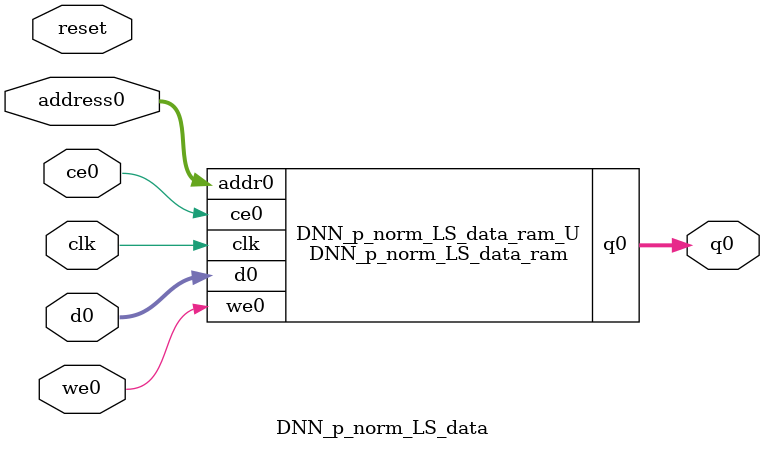
<source format=v>
`timescale 1 ns / 1 ps
module DNN_p_norm_LS_data_ram (addr0, ce0, d0, we0, q0,  clk);

parameter DWIDTH = 32;
parameter AWIDTH = 7;
parameter MEM_SIZE = 104;

input[AWIDTH-1:0] addr0;
input ce0;
input[DWIDTH-1:0] d0;
input we0;
output reg[DWIDTH-1:0] q0;
input clk;

(* ram_style = "block" *)reg [DWIDTH-1:0] ram[0:MEM_SIZE-1];




always @(posedge clk)  
begin 
    if (ce0) 
    begin
        if (we0) 
        begin 
            ram[addr0] <= d0; 
        end 
        q0 <= ram[addr0];
    end
end


endmodule

`timescale 1 ns / 1 ps
module DNN_p_norm_LS_data(
    reset,
    clk,
    address0,
    ce0,
    we0,
    d0,
    q0);

parameter DataWidth = 32'd32;
parameter AddressRange = 32'd104;
parameter AddressWidth = 32'd7;
input reset;
input clk;
input[AddressWidth - 1:0] address0;
input ce0;
input we0;
input[DataWidth - 1:0] d0;
output[DataWidth - 1:0] q0;



DNN_p_norm_LS_data_ram DNN_p_norm_LS_data_ram_U(
    .clk( clk ),
    .addr0( address0 ),
    .ce0( ce0 ),
    .we0( we0 ),
    .d0( d0 ),
    .q0( q0 ));

endmodule


</source>
